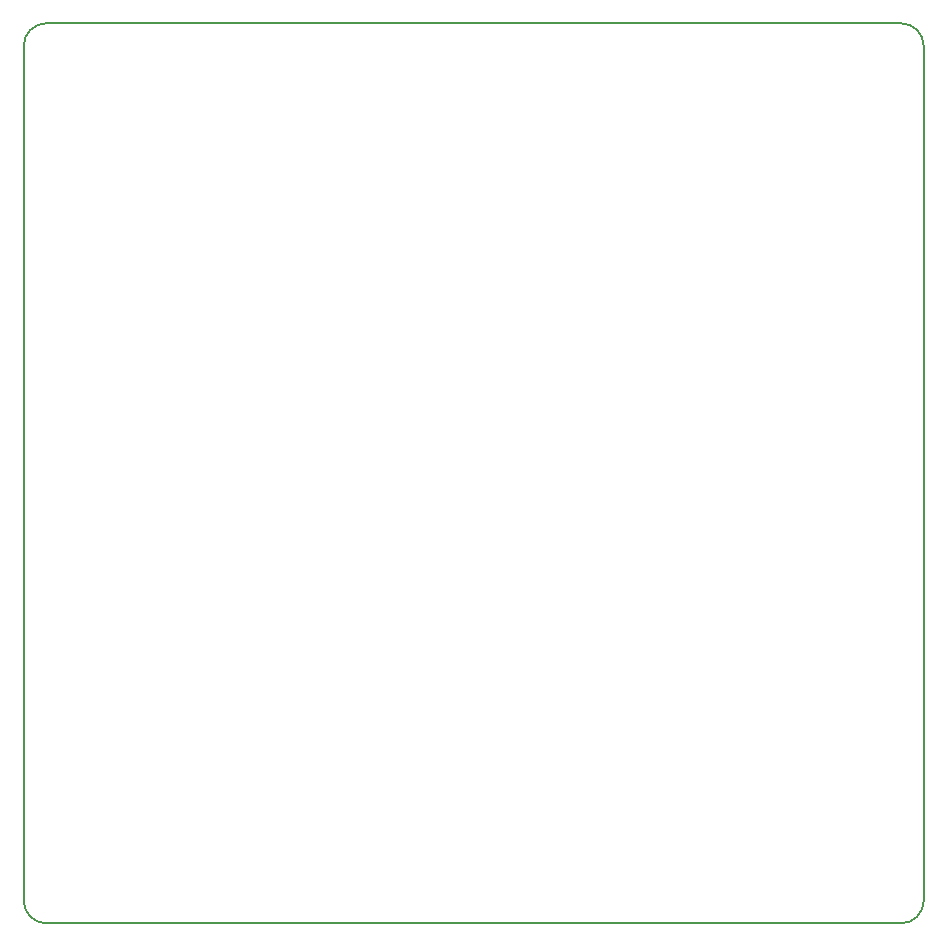
<source format=gbr>
G04 #@! TF.GenerationSoftware,KiCad,Pcbnew,(5.0.0)*
G04 #@! TF.CreationDate,2018-10-27T23:19:20-06:00*
G04 #@! TF.ProjectId,4x4_backpack,3478345F6261636B7061636B2E6B6963,rev?*
G04 #@! TF.SameCoordinates,Original*
G04 #@! TF.FileFunction,Profile,NP*
%FSLAX46Y46*%
G04 Gerber Fmt 4.6, Leading zero omitted, Abs format (unit mm)*
G04 Created by KiCad (PCBNEW (5.0.0)) date 10/27/18 23:19:20*
%MOMM*%
%LPD*%
G01*
G04 APERTURE LIST*
%ADD10C,0.200000*%
%ADD11C,0.150000*%
G04 APERTURE END LIST*
D10*
X78105000Y-152400000D02*
G75*
G02X76200000Y-150495000I0J1905000D01*
G01*
X152400000Y-150495000D02*
G75*
G02X150495000Y-152400000I-1905000J0D01*
G01*
X150495000Y-76200000D02*
G75*
G02X152400000Y-78105000I0J-1905000D01*
G01*
X76200000Y-78105000D02*
G75*
G02X78105000Y-76200000I1905000J0D01*
G01*
D11*
X150495000Y-76200000D02*
X78105000Y-76200000D01*
X152400000Y-150495000D02*
X152400000Y-78105000D01*
X78105000Y-152400000D02*
X150495000Y-152400000D01*
X76200000Y-78105000D02*
X76200000Y-150495000D01*
M02*

</source>
